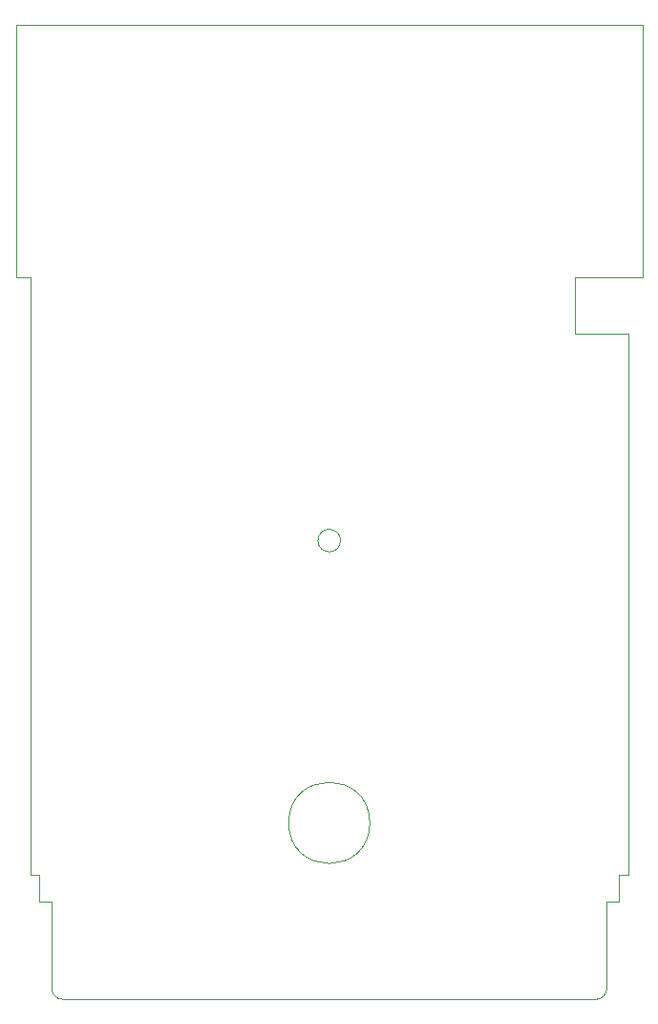
<source format=gm1>
%TF.GenerationSoftware,KiCad,Pcbnew,(5.1.10-1-10_14)*%
%TF.CreationDate,2023-04-29T23:30:21+08:00*%
%TF.ProjectId,GB_DevCartExtender_Mainboard,47425f44-6576-4436-9172-74457874656e,1.0*%
%TF.SameCoordinates,Original*%
%TF.FileFunction,Profile,NP*%
%FSLAX46Y46*%
G04 Gerber Fmt 4.6, Leading zero omitted, Abs format (unit mm)*
G04 Created by KiCad (PCBNEW (5.1.10-1-10_14)) date 2023-04-29 23:30:21*
%MOMM*%
%LPD*%
G01*
G04 APERTURE LIST*
%TA.AperFunction,Profile*%
%ADD10C,0.100000*%
%TD*%
G04 APERTURE END LIST*
D10*
X90600000Y-114900000D02*
G75*
G03*
X90600000Y-114900000I-1000000J0D01*
G01*
X93200000Y-139900000D02*
G75*
G03*
X93200000Y-139900000I-3600000J0D01*
G01*
X63100000Y-144500000D02*
X63900000Y-144500000D01*
X115300000Y-144500000D02*
X116100000Y-144500000D01*
X63100000Y-91600000D02*
X61850000Y-91600000D01*
X61850000Y-91600000D02*
X61850000Y-69215000D01*
X111350000Y-91600000D02*
X117350000Y-91600000D01*
X111350000Y-92100000D02*
X111350000Y-96600000D01*
X111350000Y-96600000D02*
X116100000Y-96600000D01*
X116100000Y-96600000D02*
X116100000Y-144500000D01*
X111350000Y-92100000D02*
X111350000Y-91600000D01*
X117350000Y-69215000D02*
X117350000Y-91600000D01*
X61850000Y-69215000D02*
X117350000Y-69215000D01*
X63100000Y-144500000D02*
X63100000Y-91600000D01*
%TO.C,J1*%
X65000000Y-146900000D02*
X63900000Y-146900000D01*
X63900000Y-146900000D02*
X63900000Y-144500000D01*
X115300000Y-146900000D02*
X115300000Y-144500000D01*
X65000000Y-154600000D02*
X65000000Y-146900000D01*
X114200000Y-154600000D02*
X114200000Y-146900000D01*
X65900000Y-155500000D02*
X113300000Y-155500000D01*
X114200000Y-146900000D02*
X115300000Y-146900000D01*
X65900000Y-155500000D02*
G75*
G02*
X65000000Y-154600000I0J900000D01*
G01*
X114200000Y-154600000D02*
G75*
G02*
X113300000Y-155500000I-900000J0D01*
G01*
%TD*%
M02*

</source>
